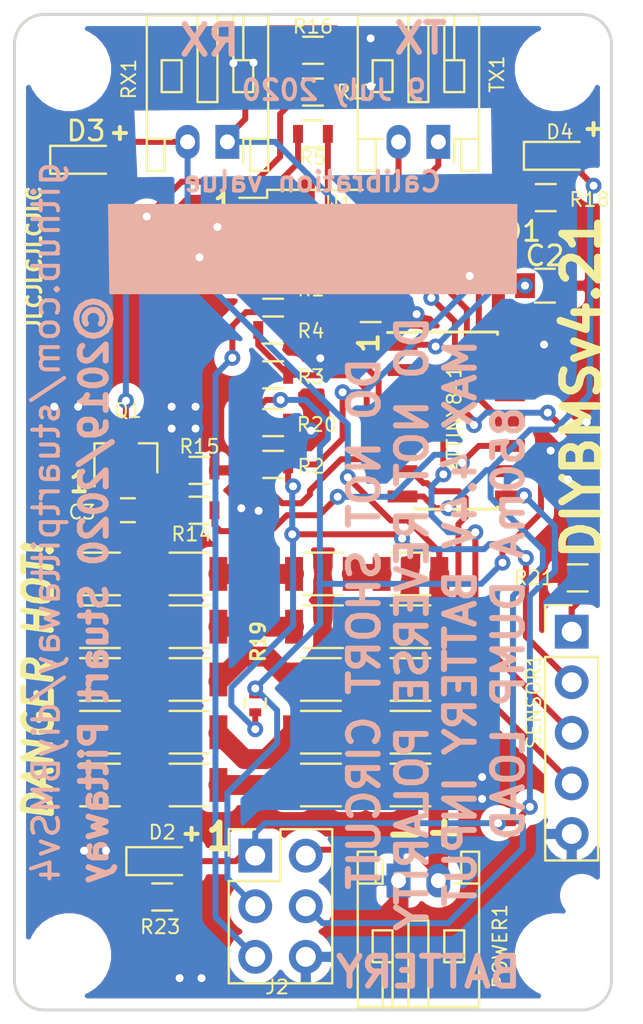
<source format=kicad_pcb>
(kicad_pcb (version 20171130) (host pcbnew "(5.1.5)-3")
  (layers (0 F.Cu signal) (31 B.Cu signal) (34 B.Paste user) (35 F.Paste user) (36 B.SilkS user hide) (37 F.SilkS user) (38 B.Mask user hide) (39 F.Mask user hide) (44 Edge.Cuts user))
  (net 0 "")
  (net 1 GND)
  (net 2 VCC)
  (net 3 RXD0)
  (net 4 ENABLE)
  (net 5 TXD0)
  (net 6 "Net-(R6-Pad2)")
  (net 7 "Net-(R7-Pad2)")
  (net 8 "Net-(R10-Pad1)")
  (net 9 "Net-(R11-Pad1)")
  (net 10 "Net-(R10-Pad2)")
  (net 11 "Net-(R11-Pad2)")
  (net 12 "Net-(Q1-Pad3)")
  (net 13 "Net-(D3-Pad1)")
  (net 14 "Net-(D4-Pad1)")
  (net 15 2_VOLT)
  (net 16 DUMP_LOAD_ENABLE)
  (net 17 "Net-(C3-Pad1)")
  (net 18 "Net-(TX1-Pad1)")
  (net 19 "Net-(TX1-Pad2)")
  (net 20 "Net-(D2-Pad1)")
  (net 21 "Net-(ATTINY841-Pad2)")
  (net 22 "Net-(ATTINY841-Pad3)")
  (net 23 "Net-(ATTINY841-Pad4)")
  (net 24 "Net-(ATTINY841-Pad5)")
  (net 25 "Net-(ATTINY841-Pad7)")
  (net 26 "Net-(ATTINY841-Pad8)")
  (net 27 "Net-(ATTINY841-Pad9)")
  (net 28 "Net-(R22-Pad2)")
  (net 29 "Net-(R24-Pad2)")
  (net 30 "Net-(R25-Pad2)")
  (net 31 "Net-(R26-Pad2)")
  (net 32 "Net-(R27-Pad2)")
  (net 33 "Net-(R28-Pad2)")
  (net 34 "Net-(R31-Pad2)")
  (net 35 "Net-(R32-Pad2)")
  (net 36 "Net-(R33-Pad2)")
  (net 37 "Net-(R5-Pad1)")
  (module Capacitors_SMD:C_0805 (layer F.Cu) (at 128.57236 61.60972)
    (fp_text reference C2 (at 0 -1.5) (layer F.SilkS))
    (fp_text value 1uF)
    (pad 1 smd rect (at -1 0) (size 1 1.25) (layers F.Cu F.Paste F.Mask) (net 2 VCC))
    (pad 2 smd rect (at 1 0) (size 1 1.25) (layers F.Cu F.Paste F.Mask) (net 1 GND))
  )
  (module Mounting_Holes:MountingHole_2.5mm (layer F.Cu) (at 130.4176 92.2376)
    (fp_text reference REF** hide)
    (fp_text value JLCAssemblyHole_1_152mm)
    (pad "" np_thru_hole circle (at 0 0) (size 1.152 1.152) (drill 1.152) (layers *.Cu *.Mask))
  )
  (module Resistors_SMD:R_0402 (layer F.Cu) (at 114.0176 82.5876 90)
    (fp_text reference R19 (at 3.1 0.15 90) (layer F.SilkS) (effects (font (size 0.7 0.7))))
    (fp_text value "NTC THERMISTOR 47KOHMS 4050K")
    (pad 1 smd rect (at -0.45 0 90) (size 0.4 0.6) (layers F.Cu F.Paste F.Mask) (net 15 2_VOLT))
    (pad 2 smd rect (at 0.45 0 90) (size 0.4 0.6) (layers F.Cu F.Paste F.Mask) (net 27 "Net-(ATTINY841-Pad9)"))
  )
  (module TO_SOT_Packages_SMD:SOT-23 (layer F.Cu) (at 124.7176 58.7876 90)
    (fp_text reference D1 (at -0.09 2.69 180) (layer F.SilkS))
    (fp_text value TL432G-A-AE3-R)
    (pad 1 smd rect (at -1 -0.95 90) (size 0.9 0.8) (layers F.Cu F.Paste F.Mask) (net 15 2_VOLT))
    (pad 2 smd rect (at -1 0.95 90) (size 0.9 0.8) (layers F.Cu F.Paste F.Mask) (net 15 2_VOLT))
    (pad 3 smd rect (at 1 0 90) (size 0.9 0.8) (layers F.Cu F.Paste F.Mask) (net 1 GND))
  )
  (module Resistors_SMD:R_1206 (layer F.Cu) (at 106.2176 76.0876 180)
    (fp_text reference R34 hide)
    (fp_text value 6.2OHMS)
    (pad 1 smd rect (at -1.45 0 180) (size 0.9 1.7) (layers F.Cu F.Paste F.Mask) (net 36 "Net-(R33-Pad2)"))
    (pad 2 smd rect (at 1.45 0 180) (size 0.9 1.7) (layers F.Cu F.Paste F.Mask) (net 12 "Net-(Q1-Pad3)"))
  )
  (module Resistors_SMD:R_1206 (layer F.Cu) (at 110.7176 76.0876 180)
    (fp_text reference R33 hide)
    (fp_text value 6.2OHMS)
    (pad 1 smd rect (at -1.45 0 180) (size 0.9 1.7) (layers F.Cu F.Paste F.Mask) (net 35 "Net-(R32-Pad2)"))
    (pad 2 smd rect (at 1.45 0 180) (size 0.9 1.7) (layers F.Cu F.Paste F.Mask) (net 36 "Net-(R33-Pad2)"))
  )
  (module Resistors_SMD:R_1206 (layer F.Cu) (at 117.4176 76.0876 180)
    (fp_text reference R32 hide)
    (fp_text value 6.2OHMS)
    (pad 1 smd rect (at -1.45 0 180) (size 0.9 1.7) (layers F.Cu F.Paste F.Mask) (net 34 "Net-(R31-Pad2)"))
    (pad 2 smd rect (at 1.45 0 180) (size 0.9 1.7) (layers F.Cu F.Paste F.Mask) (net 35 "Net-(R32-Pad2)"))
  )
  (module Resistors_SMD:R_1206 (layer F.Cu) (at 121.8176 76.0876 180)
    (fp_text reference R31 hide)
    (fp_text value 6.2OHMS)
    (pad 1 smd rect (at -1.45 0 180) (size 0.9 1.7) (layers F.Cu F.Paste F.Mask) (net 2 VCC))
    (pad 2 smd rect (at 1.45 0 180) (size 0.9 1.7) (layers F.Cu F.Paste F.Mask) (net 34 "Net-(R31-Pad2)"))
  )
  (module Resistors_SMD:R_1206 (layer F.Cu) (at 106.2176 84.0376 180)
    (fp_text reference R30 hide)
    (fp_text value 6.2OHMS)
    (pad 1 smd rect (at -1.45 0 180) (size 0.9 1.7) (layers F.Cu F.Paste F.Mask) (net 33 "Net-(R28-Pad2)"))
    (pad 2 smd rect (at 1.45 0 180) (size 0.9 1.7) (layers F.Cu F.Paste F.Mask) (net 12 "Net-(Q1-Pad3)"))
  )
  (module Resistors_SMD:R_1206 (layer F.Cu) (at 106.2176 86.6876 180)
    (fp_text reference R29 hide)
    (fp_text value 6.2OHMS)
    (pad 1 smd rect (at -1.45 0 180) (size 0.9 1.7) (layers F.Cu F.Paste F.Mask) (net 32 "Net-(R27-Pad2)"))
    (pad 2 smd rect (at 1.45 0 180) (size 0.9 1.7) (layers F.Cu F.Paste F.Mask) (net 12 "Net-(Q1-Pad3)"))
  )
  (module Resistors_SMD:R_1206 (layer F.Cu) (at 110.7176 84.0376 180)
    (fp_text reference R28 hide)
    (fp_text value 6.2OHMS)
    (pad 1 smd rect (at -1.45 0 180) (size 0.9 1.7) (layers F.Cu F.Paste F.Mask) (net 31 "Net-(R26-Pad2)"))
    (pad 2 smd rect (at 1.45 0 180) (size 0.9 1.7) (layers F.Cu F.Paste F.Mask) (net 33 "Net-(R28-Pad2)"))
  )
  (module Resistors_SMD:R_1206 (layer F.Cu) (at 110.7176 86.6876 180)
    (fp_text reference R27 hide)
    (fp_text value 6.2OHMS)
    (pad 1 smd rect (at -1.45 0 180) (size 0.9 1.7) (layers F.Cu F.Paste F.Mask) (net 30 "Net-(R25-Pad2)"))
    (pad 2 smd rect (at 1.45 0 180) (size 0.9 1.7) (layers F.Cu F.Paste F.Mask) (net 32 "Net-(R27-Pad2)"))
  )
  (module Resistors_SMD:R_1206 (layer F.Cu) (at 117.3176 84.0376 180)
    (fp_text reference R26 hide)
    (fp_text value 6.2OHMS)
    (pad 1 smd rect (at -1.45 0 180) (size 0.9 1.7) (layers F.Cu F.Paste F.Mask) (net 29 "Net-(R24-Pad2)"))
    (pad 2 smd rect (at 1.45 0 180) (size 0.9 1.7) (layers F.Cu F.Paste F.Mask) (net 31 "Net-(R26-Pad2)"))
  )
  (module Resistors_SMD:R_1206 (layer F.Cu) (at 117.3176 86.6876 180)
    (fp_text reference R25 hide)
    (fp_text value 6.2OHMS)
    (pad 1 smd rect (at -1.45 0 180) (size 0.9 1.7) (layers F.Cu F.Paste F.Mask) (net 28 "Net-(R22-Pad2)"))
    (pad 2 smd rect (at 1.45 0 180) (size 0.9 1.7) (layers F.Cu F.Paste F.Mask) (net 30 "Net-(R25-Pad2)"))
  )
  (module Resistors_SMD:R_1206 (layer F.Cu) (at 121.8176 84.0376 180)
    (fp_text reference R24 hide)
    (fp_text value 6.2OHMS)
    (pad 1 smd rect (at -1.45 0 180) (size 0.9 1.7) (layers F.Cu F.Paste F.Mask) (net 2 VCC))
    (pad 2 smd rect (at 1.45 0 180) (size 0.9 1.7) (layers F.Cu F.Paste F.Mask) (net 29 "Net-(R24-Pad2)"))
  )
  (module Resistors_SMD:R_1206 (layer F.Cu) (at 121.8176 86.6876 180)
    (fp_text reference R22 hide)
    (fp_text value 6.2OHMS)
    (pad 1 smd rect (at -1.45 0 180) (size 0.9 1.7) (layers F.Cu F.Paste F.Mask) (net 2 VCC))
    (pad 2 smd rect (at 1.45 0 180) (size 0.9 1.7) (layers F.Cu F.Paste F.Mask) (net 28 "Net-(R22-Pad2)"))
  )
  (module Resistors_SMD:R_1206 (layer F.Cu) (at 106.2176 78.7376 180)
    (fp_text reference R13 hide)
    (fp_text value 6.2OHMS)
    (pad 1 smd rect (at -1.45 0 180) (size 0.9 1.7) (layers F.Cu F.Paste F.Mask) (net 11 "Net-(R11-Pad2)"))
    (pad 2 smd rect (at 1.45 0 180) (size 0.9 1.7) (layers F.Cu F.Paste F.Mask) (net 12 "Net-(Q1-Pad3)"))
  )
  (module Resistors_SMD:R_1206 (layer F.Cu) (at 106.2176 81.3876 180)
    (fp_text reference R12 hide)
    (fp_text value 6.2OHMS)
    (pad 1 smd rect (at -1.45 0 180) (size 0.9 1.7) (layers F.Cu F.Paste F.Mask) (net 10 "Net-(R10-Pad2)"))
    (pad 2 smd rect (at 1.45 0 180) (size 0.9 1.7) (layers F.Cu F.Paste F.Mask) (net 12 "Net-(Q1-Pad3)"))
  )
  (module Resistors_SMD:R_1206 (layer F.Cu) (at 110.7176 78.7376 180)
    (fp_text reference R11 hide)
    (fp_text value 6.2OHMS)
    (pad 1 smd rect (at -1.45 0 180) (size 0.9 1.7) (layers F.Cu F.Paste F.Mask) (net 9 "Net-(R11-Pad1)"))
    (pad 2 smd rect (at 1.45 0 180) (size 0.9 1.7) (layers F.Cu F.Paste F.Mask) (net 11 "Net-(R11-Pad2)"))
  )
  (module Resistors_SMD:R_1206 (layer F.Cu) (at 110.7176 81.3876 180)
    (fp_text reference R10 hide)
    (fp_text value 6.2OHMS)
    (pad 1 smd rect (at -1.45 0 180) (size 0.9 1.7) (layers F.Cu F.Paste F.Mask) (net 8 "Net-(R10-Pad1)"))
    (pad 2 smd rect (at 1.45 0 180) (size 0.9 1.7) (layers F.Cu F.Paste F.Mask) (net 10 "Net-(R10-Pad2)"))
  )
  (module Resistors_SMD:R_1206 (layer F.Cu) (at 117.4176 78.7376 180)
    (fp_text reference R9 hide)
    (fp_text value 6.2OHMS)
    (pad 1 smd rect (at -1.45 0 180) (size 0.9 1.7) (layers F.Cu F.Paste F.Mask) (net 7 "Net-(R7-Pad2)"))
    (pad 2 smd rect (at 1.45 0 180) (size 0.9 1.7) (layers F.Cu F.Paste F.Mask) (net 9 "Net-(R11-Pad1)"))
  )
  (module Resistors_SMD:R_1206 (layer F.Cu) (at 117.3176 81.3876 180)
    (fp_text reference R8 hide)
    (fp_text value 6.2OHMS)
    (pad 1 smd rect (at -1.45 0 180) (size 0.9 1.7) (layers F.Cu F.Paste F.Mask) (net 6 "Net-(R6-Pad2)"))
    (pad 2 smd rect (at 1.45 0 180) (size 0.9 1.7) (layers F.Cu F.Paste F.Mask) (net 8 "Net-(R10-Pad1)"))
  )
  (module Resistors_SMD:R_1206 (layer F.Cu) (at 121.8176 78.7376 180)
    (fp_text reference R7 hide)
    (fp_text value 6.2OHMS)
    (pad 1 smd rect (at -1.45 0 180) (size 0.9 1.7) (layers F.Cu F.Paste F.Mask) (net 2 VCC))
    (pad 2 smd rect (at 1.45 0 180) (size 0.9 1.7) (layers F.Cu F.Paste F.Mask) (net 7 "Net-(R7-Pad2)"))
  )
  (module Resistors_SMD:R_1206 (layer F.Cu) (at 121.8176 81.3876 180)
    (fp_text reference R6 hide)
    (fp_text value 6.2OHMS)
    (pad 1 smd rect (at -1.45 0 180) (size 0.9 1.7) (layers F.Cu F.Paste F.Mask) (net 2 VCC))
    (pad 2 smd rect (at 1.45 0 180) (size 0.9 1.7) (layers F.Cu F.Paste F.Mask) (net 6 "Net-(R6-Pad2)"))
  )
  (module LEDs:LED_0805 (layer F.Cu) (at 109.3426 90.5126)
    (fp_text reference D2 (at 0 -1.45) (layer F.SilkS) (effects (font (size 0.7 0.7) (thickness 0.1))))
    (fp_text value Blue)
    (pad 2 smd rect (at 1.1 0 180) (size 1.2 1.2) (layers F.Cu F.Paste F.Mask) (net 26 "Net-(ATTINY841-Pad8)"))
    (pad 1 smd rect (at -1.1 0 180) (size 1.2 1.2) (layers F.Cu F.Paste F.Mask) (net 20 "Net-(D2-Pad1)"))
  )
  (module Capacitors_SMD:C_0805 (layer F.Cu) (at 119.8176 62.5876)
    (fp_text reference C1 (at 0 -1.4) (layer F.SilkS) (effects (font (size 0.7 0.7) (thickness 0.1))))
    (fp_text value 100nF)
    (pad 1 smd rect (at -1 0) (size 1 1.25) (layers F.Cu F.Paste F.Mask) (net 2 VCC))
    (pad 2 smd rect (at 1 0) (size 1 1.25) (layers F.Cu F.Paste F.Mask) (net 1 GND))
  )
  (module LEDs:LED_0805 (layer F.Cu) (at 105.5176 55.2876)
    (fp_text reference D3 (at 0 -1.45) (layer F.SilkS))
    (fp_text value Red)
    (pad 2 smd rect (at 1.1 0 180) (size 1.2 1.2) (layers F.Cu F.Paste F.Mask) (net 2 VCC))
    (pad 1 smd rect (at -1.1 0 180) (size 1.2 1.2) (layers F.Cu F.Paste F.Mask) (net 13 "Net-(D3-Pad1)"))
  )
  (module Housings_SSOP:SOP-4_4.4x2.8mm_Pitch1.27mm (layer F.Cu) (at 117.0176 58.3876)
    (fp_text reference U1 (at 1.2 -0.9) (layer F.SilkS) (effects (font (size 0.7 0.7) (thickness 0.1))))
    (fp_text value "EL3H7(B)(TA)-G")
    (pad 1 smd rect (at -3.15 -0.64) (size 1.3 0.8) (layers F.Cu F.Paste F.Mask) (net 37 "Net-(R5-Pad1)"))
    (pad 2 smd rect (at -3.15 0.64) (size 1.3 0.8) (layers F.Cu F.Paste F.Mask) (net 1 GND))
    (pad 3 smd rect (at 3.15 0.64) (size 1.3 0.8) (layers F.Cu F.Paste F.Mask) (net 18 "Net-(TX1-Pad1)"))
    (pad 4 smd rect (at 3.15 -0.64) (size 1.3 0.8) (layers F.Cu F.Paste F.Mask) (net 19 "Net-(TX1-Pad2)"))
  )
  (module LEDs:LED_0805 (layer F.Cu) (at 129.3176 55.0876)
    (fp_text reference D4 (at 0 -1.2) (layer F.SilkS) (effects (font (size 0.7 0.7) (thickness 0.1))))
    (fp_text value Green)
    (pad 2 smd rect (at 1.1 0 180) (size 1.2 1.2) (layers F.Cu F.Paste F.Mask) (net 25 "Net-(ATTINY841-Pad7)"))
    (pad 1 smd rect (at -1.1 0 180) (size 1.2 1.2) (layers F.Cu F.Paste F.Mask) (net 14 "Net-(D4-Pad1)"))
  )
  (module Connectors_JST:JST_PH_S2B-PH-K_02x2.00mm_Angled (layer F.Cu) (at 123.2176 54.3876 180)
    (fp_text reference TX1 (at -2.95 3.4 270) (layer F.SilkS) (effects (font (size 0.7 0.7) (thickness 0.1))))
    (fp_text value "TX Connector")
    (pad 1 thru_hole rect (at 0 0 180) (size 1.2 1.7) (drill 0.75) (layers *.Cu *.Mask) (net 18 "Net-(TX1-Pad1)"))
    (pad 2 thru_hole oval (at 2 0 180) (size 1.2 1.7) (drill 0.75) (layers *.Cu *.Mask) (net 19 "Net-(TX1-Pad2)"))
  )
  (module Resistors_SMD:R_0603 (layer F.Cu) (at 109.3426 92.3126 180)
    (fp_text reference R23 (at 0.1 -1.5 180) (layer F.SilkS) (effects (font (size 0.7 0.7) (thickness 0.1))))
    (fp_text value 1.8KOHMS hide)
    (pad 1 smd rect (at -0.75 0 180) (size 0.5 0.9) (layers F.Cu F.Paste F.Mask) (net 1 GND))
    (pad 2 smd rect (at 0.75 0 180) (size 0.5 0.9) (layers F.Cu F.Paste F.Mask) (net 20 "Net-(D2-Pad1)"))
  )
  (module Resistors_SMD:R_0603 (layer F.Cu) (at 130.2176 76.2876 180)
    (fp_text reference R21 (at 2.2 0 180) (layer F.SilkS) (effects (font (size 0.7 0.7) (thickness 0.1))))
    (fp_text value 47KOHMS)
    (pad 1 smd rect (at -0.75 0 180) (size 0.5 0.9) (layers F.Cu F.Paste F.Mask) (net 21 "Net-(ATTINY841-Pad2)"))
    (pad 2 smd rect (at 0.75 0 180) (size 0.5 0.9) (layers F.Cu F.Paste F.Mask) (net 1 GND))
  )
  (module Resistors_SMD:R_0603 (layer F.Cu) (at 114.9176 68.4876)
    (fp_text reference R20 (at 2.2 0.1 -180) (layer F.SilkS) (effects (font (size 0.7 0.7) (thickness 0.1))))
    (fp_text value 47KOHMS)
    (pad 1 smd rect (at -0.75 0) (size 0.5 0.9) (layers F.Cu F.Paste F.Mask) (net 27 "Net-(ATTINY841-Pad9)"))
    (pad 2 smd rect (at 0.75 0) (size 0.5 0.9) (layers F.Cu F.Paste F.Mask) (net 1 GND))
  )
  (module Resistors_SMD:R_0603 (layer F.Cu) (at 128.6176 57.1876 180)
    (fp_text reference R18 (at -2.2 -0.1 180) (layer F.SilkS) (effects (font (size 0.7 0.7) (thickness 0.1))))
    (fp_text value 2.2KOHMS)
    (pad 1 smd rect (at -0.75 0 180) (size 0.5 0.9) (layers F.Cu F.Paste F.Mask) (net 1 GND))
    (pad 2 smd rect (at 0.75 0 180) (size 0.5 0.9) (layers F.Cu F.Paste F.Mask) (net 14 "Net-(D4-Pad1)"))
  )
  (module Resistors_SMD:R_0603 (layer F.Cu) (at 116.9176 51.8876)
    (fp_text reference R17 (at 2.2 0 180) (layer F.SilkS) (effects (font (size 0.7 0.7) (thickness 0.1))))
    (fp_text value 2.2KOHMS)
    (pad 1 smd rect (at -0.75 0) (size 0.5 0.9) (layers F.Cu F.Paste F.Mask) (net 12 "Net-(Q1-Pad3)"))
    (pad 2 smd rect (at 0.75 0) (size 0.5 0.9) (layers F.Cu F.Paste F.Mask) (net 13 "Net-(D3-Pad1)"))
  )
  (module Resistors_SMD:R_0603 (layer F.Cu) (at 116.9176 49.7876)
    (fp_text reference R16 (at 0 -1.2) (layer F.SilkS) (effects (font (size 0.7 0.7) (thickness 0.1))))
    (fp_text value 4.7KOHMS)
    (pad 1 smd rect (at -0.75 0) (size 0.5 0.9) (layers F.Cu F.Paste F.Mask) (net 1 GND))
    (pad 2 smd rect (at 0.75 0) (size 0.5 0.9) (layers F.Cu F.Paste F.Mask) (net 3 RXD0))
  )
  (module Resistors_SMD:R_0603 (layer F.Cu) (at 111.2176 70.8876)
    (fp_text reference R15 (at 0 -1.2) (layer F.SilkS) (effects (font (size 0.7 0.7) (thickness 0.1))))
    (fp_text value 47KOHMS)
    (pad 1 smd rect (at -0.75 0) (size 0.5 0.9) (layers F.Cu F.Paste F.Mask) (net 17 "Net-(C3-Pad1)"))
    (pad 2 smd rect (at 0.75 0) (size 0.5 0.9) (layers F.Cu F.Paste F.Mask) (net 1 GND))
  )
  (module Resistors_SMD:R_0603 (layer F.Cu) (at 111.2176 72.8876)
    (fp_text reference R14 (at -0.4 1.2) (layer F.SilkS) (effects (font (size 0.7 0.7) (thickness 0.1))))
    (fp_text value 510OHMS)
    (pad 1 smd rect (at -0.75 0) (size 0.5 0.9) (layers F.Cu F.Paste F.Mask) (net 17 "Net-(C3-Pad1)"))
    (pad 2 smd rect (at 0.75 0) (size 0.5 0.9) (layers F.Cu F.Paste F.Mask) (net 16 DUMP_LOAD_ENABLE))
  )
  (module Resistors_SMD:R_0603 (layer F.Cu) (at 116.9176 53.9876)
    (fp_text reference R5 (at 0 1.2) (layer F.SilkS) (effects (font (size 0.7 0.7) (thickness 0.1))))
    (fp_text value 220OHMS)
    (pad 1 smd rect (at -0.75 0) (size 0.5 0.9) (layers F.Cu F.Paste F.Mask) (net 37 "Net-(R5-Pad1)"))
    (pad 2 smd rect (at 0.75 0) (size 0.5 0.9) (layers F.Cu F.Paste F.Mask) (net 5 TXD0))
  )
  (module Resistors_SMD:R_0603 (layer F.Cu) (at 114.9176 63.8376)
    (fp_text reference R4 (at 1.9 0.05) (layer F.SilkS) (effects (font (size 0.7 0.7) (thickness 0.1))))
    (fp_text value 27KOHMS)
    (pad 1 smd rect (at -0.75 0) (size 0.5 0.9) (layers F.Cu F.Paste F.Mask) (net 24 "Net-(ATTINY841-Pad5)"))
    (pad 2 smd rect (at 0.75 0) (size 0.5 0.9) (layers F.Cu F.Paste F.Mask) (net 1 GND))
  )
  (module Resistors_SMD:R_0603 (layer F.Cu) (at 114.9176 66.0876)
    (fp_text reference R3 (at 1.9 0.1) (layer F.SilkS) (effects (font (size 0.7 0.7) (thickness 0.1))))
    (fp_text value 68KOHMS hide)
    (pad 1 smd rect (at -0.75 0) (size 0.5 0.9) (layers F.Cu F.Paste F.Mask) (net 4 ENABLE))
    (pad 2 smd rect (at 0.75 0) (size 0.5 0.9) (layers F.Cu F.Paste F.Mask) (net 24 "Net-(ATTINY841-Pad5)"))
  )
  (module Resistors_SMD:R_0603 (layer F.Cu) (at 114.9176 70.5876)
    (fp_text reference R2 (at 1.9 0.1) (layer F.SilkS) (effects (font (size 0.7 0.7) (thickness 0.1))))
    (fp_text value 1KOHMS)
    (pad 1 smd rect (at -0.75 0) (size 0.5 0.9) (layers F.Cu F.Paste F.Mask) (net 4 ENABLE))
    (pad 2 smd rect (at 0.75 0) (size 0.5 0.9) (layers F.Cu F.Paste F.Mask) (net 15 2_VOLT))
  )
  (module Resistors_SMD:R_0603 (layer F.Cu) (at 114.9176 61.5876)
    (fp_text reference R1 (at 1.9 0.2) (layer F.SilkS) (effects (font (size 0.7 0.7) (thickness 0.1))))
    (fp_text value 10KOHMS)
    (pad 1 smd rect (at -0.75 0) (size 0.5 0.9) (layers F.Cu F.Paste F.Mask) (net 2 VCC))
    (pad 2 smd rect (at 0.75 0) (size 0.5 0.9) (layers F.Cu F.Paste F.Mask) (net 23 "Net-(ATTINY841-Pad4)"))
  )
  (module Capacitors_SMD:C_0603 (layer F.Cu) (at 107.6176 72.8876)
    (fp_text reference C3 (at -2.3 0.1) (layer F.SilkS) (effects (font (size 0.7 0.7) (thickness 0.1))))
    (fp_text value "10uF X5R")
    (pad 2 smd rect (at 0.75 0) (size 0.8 0.75) (layers F.Cu F.Paste F.Mask) (net 1 GND))
    (pad 1 smd rect (at -0.75 0) (size 0.8 0.75) (layers F.Cu F.Paste F.Mask) (net 17 "Net-(C3-Pad1)"))
  )
  (module Mounting_Holes:MountingHole_3.2mm_M3 (layer F.Cu) (at 129.1676 50.7376)
    (fp_text reference REF** hide)
    (fp_text value MountingHole_3.2mm_M3 hide)
    (pad 1 np_thru_hole circle (at 0 0) (size 3.2 3.2) (drill 3.2) (layers *.Cu *.Mask))
  )
  (module Mounting_Holes:MountingHole_3.2mm_M3 (layer F.Cu) (at 104.6676 50.7376)
    (fp_text reference REF** hide)
    (fp_text value MountingHole_3.2mm_M3 hide)
    (pad 1 np_thru_hole circle (at 0 0) (size 3.2 3.2) (drill 3.2) (layers *.Cu *.Mask))
  )
  (module Mounting_Holes:MountingHole_3.2mm_M3 (layer F.Cu) (at 104.6676 95.2376)
    (fp_text reference REF** hide)
    (fp_text value MountingHole_3.2mm_M3 hide)
    (pad 1 np_thru_hole circle (at 0 0) (size 3.2 3.2) (drill 3.2) (layers *.Cu *.Mask))
  )
  (module Mounting_Holes:MountingHole_3.2mm_M3 (layer F.Cu) (at 129.1676 95.2376)
    (fp_text reference REF** hide)
    (fp_text value MountingHole_3.2mm_M3 hide)
    (pad 1 np_thru_hole circle (at 0 0) (size 3.2 3.2) (drill 3.2) (layers *.Cu *.Mask))
  )
  (module Pin_Headers:Pin_Header_Straight_1x05_Pitch2.54mm (layer F.Cu) (at 129.9176 78.9876)
    (fp_text reference SENSOR1 (at -1.9 3.5 90) (layer F.SilkS) (effects (font (size 0.7 0.7) (thickness 0.1))))
    (fp_text value "Remote temp input 47K @ 25oC")
    (pad 1 thru_hole rect (at 0 0) (size 1.7 1.7) (drill 1) (layers *.Cu *.Mask) (net 21 "Net-(ATTINY841-Pad2)"))
    (pad 2 thru_hole oval (at 0 2.54) (size 1.7 1.7) (drill 1) (layers *.Cu *.Mask) (net 15 2_VOLT))
    (pad 3 thru_hole oval (at 0 5.08) (size 1.7 1.7) (drill 1) (layers *.Cu *.Mask) (net 22 "Net-(ATTINY841-Pad3)"))
    (pad 4 thru_hole oval (at 0 7.62) (size 1.7 1.7) (drill 1) (layers *.Cu *.Mask) (net 4 ENABLE))
    (pad 5 thru_hole oval (at 0 10.16) (size 1.7 1.7) (drill 1) (layers *.Cu *.Mask) (net 1 GND))
  )
  (module Pin_Headers:Pin_Header_Straight_2x03_Pitch2.54mm (layer F.Cu) (at 114.0176 90.2376)
    (fp_text reference J2 (at 1.1 6.6) (layer F.SilkS) (effects (font (size 0.7 0.7) (thickness 0.1))))
    (fp_text value AVR-ISP-6 hide)
    (pad 1 thru_hole rect (at 0 0) (size 1.7 1.7) (drill 1) (layers *.Cu *.Mask) (net 26 "Net-(ATTINY841-Pad8)"))
    (pad 2 thru_hole oval (at 2.54 0) (size 1.7 1.7) (drill 1) (layers *.Cu *.Mask) (net 2 VCC))
    (pad 3 thru_hole oval (at 0 2.54) (size 1.7 1.7) (drill 1) (layers *.Cu *.Mask) (net 27 "Net-(ATTINY841-Pad9)"))
    (pad 4 thru_hole oval (at 2.54 2.54) (size 1.7 1.7) (drill 1) (layers *.Cu *.Mask) (net 25 "Net-(ATTINY841-Pad7)"))
    (pad 5 thru_hole oval (at 0 5.08) (size 1.7 1.7) (drill 1) (layers *.Cu *.Mask) (net 23 "Net-(ATTINY841-Pad4)"))
    (pad 6 thru_hole oval (at 2.54 5.08) (size 1.7 1.7) (drill 1) (layers *.Cu *.Mask) (net 1 GND))
  )
  (module Connectors_JST:JST_PH_S2B-PH-K_02x2.00mm_Angled (layer F.Cu) (at 121.2176 91.4876)
    (fp_text reference POWER1 (at 5.1 3.3 270) (layer F.SilkS) (effects (font (size 0.7 0.7) (thickness 0.1))))
    (fp_text value Battery hide)
    (pad 1 thru_hole rect (at 0 0) (size 1.2 1.7) (drill 0.75) (layers *.Cu *.Mask) (net 1 GND))
    (pad 2 thru_hole oval (at 2 0) (size 1.2 1.7) (drill 0.75) (layers *.Cu *.Mask) (net 2 VCC))
  )
  (module Housings_SOIC:SOIC-14_3.9x8.7mm_Pitch1.27mm (layer F.Cu) (at 124.1176 68.3876)
    (fp_text reference ATTINY841 (at -0.1 -0.1 90) (layer F.SilkS) (effects (font (size 0.7 0.7) (thickness 0.1))))
    (fp_text value ATtiny841-SSU)
    (pad 1 smd rect (at -2.7 -3.81) (size 1.5 0.6) (layers F.Cu F.Paste F.Mask) (net 2 VCC))
    (pad 2 smd rect (at -2.7 -2.54) (size 1.5 0.6) (layers F.Cu F.Paste F.Mask) (net 21 "Net-(ATTINY841-Pad2)"))
    (pad 3 smd rect (at -2.7 -1.27) (size 1.5 0.6) (layers F.Cu F.Paste F.Mask) (net 22 "Net-(ATTINY841-Pad3)"))
    (pad 4 smd rect (at -2.7 0) (size 1.5 0.6) (layers F.Cu F.Paste F.Mask) (net 23 "Net-(ATTINY841-Pad4)"))
    (pad 5 smd rect (at -2.7 1.27) (size 1.5 0.6) (layers F.Cu F.Paste F.Mask) (net 24 "Net-(ATTINY841-Pad5)"))
    (pad 6 smd rect (at -2.7 2.54) (size 1.5 0.6) (layers F.Cu F.Paste F.Mask) (net 4 ENABLE))
    (pad 7 smd rect (at -2.7 3.81) (size 1.5 0.6) (layers F.Cu F.Paste F.Mask) (net 25 "Net-(ATTINY841-Pad7)"))
    (pad 8 smd rect (at 2.7 3.81) (size 1.5 0.6) (layers F.Cu F.Paste F.Mask) (net 26 "Net-(ATTINY841-Pad8)"))
    (pad 9 smd rect (at 2.7 2.54) (size 1.5 0.6) (layers F.Cu F.Paste F.Mask) (net 27 "Net-(ATTINY841-Pad9)"))
    (pad 10 smd rect (at 2.7 1.27) (size 1.5 0.6) (layers F.Cu F.Paste F.Mask) (net 16 DUMP_LOAD_ENABLE))
    (pad 11 smd rect (at 2.7 0) (size 1.5 0.6) (layers F.Cu F.Paste F.Mask) (net 3 RXD0))
    (pad 12 smd rect (at 2.7 -1.27) (size 1.5 0.6) (layers F.Cu F.Paste F.Mask) (net 5 TXD0))
    (pad 13 smd rect (at 2.7 -2.54) (size 1.5 0.6) (layers F.Cu F.Paste F.Mask) (net 15 2_VOLT))
    (pad 14 smd rect (at 2.7 -3.81) (size 1.5 0.6) (layers F.Cu F.Paste F.Mask) (net 1 GND))
  )
  (module Connectors_JST:JST_PH_S2B-PH-K_02x2.00mm_Angled (layer F.Cu) (at 112.6176 54.3876 180)
    (fp_text reference RX1 (at 4.95 3.15 270) (layer F.SilkS) (effects (font (size 0.7 0.7) (thickness 0.1))))
    (fp_text value "RX Connector")
    (pad 1 thru_hole rect (at 0 0 180) (size 1.2 1.7) (drill 0.75) (layers *.Cu *.Mask) (net 3 RXD0))
    (pad 2 thru_hole oval (at 2 0 180) (size 1.2 1.7) (drill 0.75) (layers *.Cu *.Mask) (net 2 VCC))
  )
  (module TO_SOT_Packages_SMD:SOT-23 (layer F.Cu) (at 107.5176 70.2876 90)
    (fp_text reference Q1 (at 2.4 0.1 180) (layer F.SilkS) (effects (font (size 0.7 0.7) (thickness 0.1))))
    (fp_text value AO3400A)
    (pad 1 smd rect (at -1 -0.95 90) (size 0.9 0.8) (layers F.Cu F.Paste F.Mask) (net 17 "Net-(C3-Pad1)"))
    (pad 2 smd rect (at -1 0.95 90) (size 0.9 0.8) (layers F.Cu F.Paste F.Mask) (net 1 GND))
    (pad 3 smd rect (at 1 0 90) (size 0.9 0.8) (layers F.Cu F.Paste F.Mask) (net 12 "Net-(Q1-Pad3)"))
  )
  (gr_text + (at 110.8176 89.0876) (layer F.SilkS) (effects (font (size 0.8 0.8) (thickness 0.2))))
  (gr_text + (at 131.0176 53.6876) (layer F.SilkS) (effects (font (size 0.8 0.8) (thickness 0.2))))
  (gr_text + (at 107.2176 53.8876) (layer F.SilkS) (effects (font (size 0.8 0.8) (thickness 0.2))))
  (gr_text JLCJLCJLCJLC (at 102.9176 60.2376 90) (layer F.SilkS) (effects (font (size 0.7 0.7) (thickness 0.17))))
  (gr_text 1 (at 105.1676 71.4876) (layer F.SilkS) (effects (font (size 1 1) (thickness 0.2))))
  (gr_text 1 (at 123.9176 61.2376) (layer F.SilkS) (effects (font (size 1 1) (thickness 0.2))))
  (gr_text + (at 123.5176 88.9876) (layer F.SilkS) (effects (font (size 1.5 1.5) (thickness 0.3))))
  (gr_arc (start 130.4176 96.4876) (end 130.4176 97.9876) (angle -90) (layer Edge.Cuts) (width 0.15))
  (gr_arc (start 103.4176 96.4876) (end 101.9176 96.4876) (angle -90) (layer Edge.Cuts) (width 0.15))
  (gr_arc (start 103.4176 49.4876) (end 103.4176 47.9876) (angle -90) (layer Edge.Cuts) (width 0.15))
  (gr_arc (start 130.4176 49.4876) (end 131.9176 49.4876) (angle -90) (layer Edge.Cuts) (width 0.15))
  (gr_line (start 101.9176 96.4876) (end 101.9176 49.4876) (layer Edge.Cuts) (width 0.15))
  (gr_line (start 130.4176 97.9876) (end 103.4176 97.9876) (layer Edge.Cuts) (width 0.15))
  (gr_line (start 131.9176 49.4876) (end 131.9176 96.4876) (layer Edge.Cuts) (width 0.15))
  (gr_line (start 103.4176 47.9876) (end 130.4176 47.9876) (layer Edge.Cuts) (width 0.15))
  (gr_text 1 (at 112.4176 57.4876) (layer F.SilkS) (effects (font (size 1 1) (thickness 0.2))))
  (gr_text TX (at 122.3176 49.1876) (layer B.SilkS) (effects (font (size 1.5 1.5) (thickness 0.3)) (justify mirror)))
  (gr_text RX (at 111.7176 49.2876) (layer B.SilkS) (effects (font (size 1.5 1.5) (thickness 0.3)) (justify mirror)))
  (gr_text "Calibration value" (at 116.8804 56.3848) (layer B.SilkS) (effects (font (size 1 1) (thickness 0.2)) (justify mirror)))
  (gr_poly (pts (xy 106.7322 61.9876) (xy 127.103 61.9876) (xy 127.142 57.5532) (xy 106.6696 57.5532)) (layer B.SilkS) (width 0.1))
  (gr_text "DANGER HOT!" (at 103.1176 81.4876 90) (layer F.SilkS) (effects (font (size 1.4 1.4) (thickness 0.3) italic)))
  (gr_text "DO NOT SHORT CIRCUIT\nDO NOT REVERSE POLARITY\nMAX 4.4V BATTERY INPUT\n850mA DUMP LOAD" (at 123.1176 78.5876 90) (layer B.SilkS) (effects (font (size 1.5 1.5) (thickness 0.3)) (justify mirror)))
  (gr_text "9 July 2020" (at 113.2176 51.7876) (layer B.SilkS) (effects (font (size 1 1) (thickness 0.2)) (justify right mirror)))
  (gr_text 1 (at 112.2176 89.2876) (layer F.SilkS) (effects (font (size 1.3 1.3) (thickness 0.3))))
  (gr_text BATTERY (at 122.7176 96.0876) (layer B.SilkS) (effects (font (size 1.5 1.5) (thickness 0.3)) (justify mirror)))
  (gr_text github.com/stuartpittaway/diyBMSv4 (at 103.5176 73.4876 90) (layer B.SilkS) (effects (font (size 1.3 1.3) (thickness 0.2)) (justify mirror)))
  (gr_text "©2019/2020 Stuart Pittaway" (at 105.9176 76.8876 90) (layer B.SilkS) (effects (font (size 1.3 1.3) (thickness 0.3)) (justify mirror)))
  (gr_text DIYBMSv4.21 (at 130.4176 57.8876 90) (layer F.SilkS) (effects (font (size 1.8 1.8) (thickness 0.38)) (justify right)))
  (gr_text 1 (at 119.7176 64.4876 90) (layer F.SilkS) (effects (font (size 1 1) (thickness 0.2))))
  (gr_text - (at 121.5176 89.2876 180) (layer F.SilkS) (effects (font (size 1.5 1.5) (thickness 0.3))))
  (via (at 119.8176 51.5876) (size 0.8) (drill 0.4) (layers F.Cu B.Cu) (net 1))
  (via (at 119.8176 49.1876) (size 0.8) (drill 0.4) (layers F.Cu B.Cu) (net 1))
  (via (at 112.9176 50.43761) (size 0.8) (drill 0.4) (layers F.Cu B.Cu) (net 1))
  (via (at 113.934889 50.409368) (size 0.8) (drill 0.4) (layers F.Cu B.Cu) (net 1))
  (via (at 111.0176 67.6876) (size 0.8) (drill 0.4) (layers F.Cu B.Cu) (net 1))
  (via (at 109.8176 67.6876) (size 0.8) (drill 0.4) (layers F.Cu B.Cu) (net 1))
  (via (at 105.4176 89.9876) (size 0.8) (drill 0.4) (layers F.Cu B.Cu) (net 1))
  (via (at 106.5176 89.9876) (size 0.8) (drill 0.4) (layers F.Cu B.Cu) (net 1))
  (via (at 110.2176 96.3876) (size 0.8) (drill 0.4) (layers F.Cu B.Cu) (net 1))
  (via (at 111.3176 96.3876) (size 0.8) (drill 0.4) (layers F.Cu B.Cu) (net 1))
  (segment (start 108.3676 71.3876) (end 108.4676 71.2876) (width 0.3) (layer F.Cu) (net 1))
  (segment (start 108.3676 72.8876) (end 108.3676 71.3876) (width 0.3) (layer F.Cu) (net 1))
  (via (at 125.4176 86.2876) (size 0.8) (drill 0.4) (layers F.Cu B.Cu) (net 1))
  (via (at 125.4176 87.3876) (size 0.8) (drill 0.4) (layers F.Cu B.Cu) (net 1))
  (via (at 128.86192 69.89774) (size 0.8) (drill 0.4) (layers F.Cu B.Cu) (net 1))
  (via (at 130.67294 68.46772) (size 0.8) (drill 0.4) (layers F.Cu B.Cu) (net 1))
  (via (at 109.8176 68.7876) (size 0.8) (drill 0.4) (layers F.Cu B.Cu) (net 1))
  (via (at 111.0176 68.7876) (size 0.8) (drill 0.4) (layers F.Cu B.Cu) (net 1))
  (via (at 103.9176 67.6876) (size 0.8) (drill 0.4) (layers F.Cu B.Cu) (net 1))
  (via (at 105.1176 67.6876) (size 0.8) (drill 0.4) (layers F.Cu B.Cu) (net 1))
  (via (at 113.3176 72.7876) (size 0.8) (drill 0.4) (layers F.Cu B.Cu) (net 1))
  (via (at 117.287772 65.254798) (size 0.8) (drill 0.4) (layers F.Cu B.Cu) (net 1))
  (via (at 114.18755 72.91765) (size 0.8) (drill 0.4) (layers F.Cu B.Cu) (net 1))
  (via (at 112.1176 58.6626) (size 0.8) (drill 0.4) (layers F.Cu B.Cu) (net 1))
  (segment (start 118.0376 95.3176) (end 116.5576 95.3176) (width 0.3) (layer F.Cu) (net 1))
  (segment (start 121.2176 91.4876) (end 121.2176 92.1376) (width 0.3) (layer F.Cu) (net 1))
  (segment (start 121.2176 92.1376) (end 118.0376 95.3176) (width 0.3) (layer F.Cu) (net 1))
  (segment (start 121.2176 93.3376) (end 120.2176 94.3376) (width 1) (layer F.Cu) (net 1))
  (segment (start 121.2176 91.4876) (end 121.2176 93.3376) (width 1) (layer F.Cu) (net 1))
  (segment (start 120.2176 94.3376) (end 120.2176 95.0376) (width 1) (layer F.Cu) (net 1))
  (via (at 116.8176 68.8876) (size 0.8) (drill 0.4) (layers F.Cu B.Cu) (net 1))
  (segment (start 116.417601 68.487601) (end 116.8176 68.8876) (width 0.3) (layer F.Cu) (net 1))
  (segment (start 115.6676 68.4876) (end 116.417601 68.487601) (width 0.3) (layer F.Cu) (net 1))
  (segment (start 130.0176 76.2876) (end 130.17345 76.13175) (width 0.3) (layer F.Cu) (net 1))
  (segment (start 129.4676 76.2876) (end 130.0176 76.2876) (width 0.3) (layer F.Cu) (net 1))
  (segment (start 130.17345 76.13175) (end 130.17345 75.505384) (width 0.3) (layer F.Cu) (net 1))
  (segment (start 130.17345 75.505384) (end 130.17345 74.939699) (width 0.3) (layer F.Cu) (net 1))
  (via (at 129.73314 71.34046) (size 0.8) (drill 0.4) (layers F.Cu B.Cu) (net 1))
  (via (at 128.53172 64.56882) (size 0.8) (drill 0.4) (layers F.Cu B.Cu) (net 1))
  (segment (start 128.52294 64.5776) (end 128.53172 64.56882) (width 0.3) (layer F.Cu) (net 1))
  (segment (start 126.8176 64.5776) (end 128.52294 64.5776) (width 0.3) (layer F.Cu) (net 1))
  (via (at 122.12584 63.03974) (size 0.8) (drill 0.4) (layers F.Cu B.Cu) (net 1))
  (segment (start 121.725841 62.639741) (end 122.12584 63.03974) (width 0.3) (layer F.Cu) (net 1))
  (segment (start 120.8176 62.5876) (end 121.6737 62.5876) (width 0.3) (layer F.Cu) (net 1))
  (segment (start 121.6737 62.5876) (end 121.725841 62.639741) (width 0.3) (layer F.Cu) (net 1))
  (segment (start 120.3676 64.5776) (end 121.4176 64.5776) (width 0.3) (layer F.Cu) (net 2))
  (segment (start 118.8176 63.0276) (end 120.3676 64.5776) (width 0.3) (layer F.Cu) (net 2))
  (segment (start 118.8176 62.5876) (end 118.8176 63.0276) (width 0.3) (layer F.Cu) (net 2))
  (segment (start 107.5176 54.3876) (end 106.6176 55.2876) (width 0.3) (layer F.Cu) (net 2))
  (segment (start 110.6176 54.3876) (end 107.5176 54.3876) (width 0.3) (layer F.Cu) (net 2))
  (via (at 111.2176 60.1876) (size 0.8) (drill 0.4) (layers F.Cu B.Cu) (net 2))
  (segment (start 110.6176 59.5876) (end 111.2176 60.1876) (width 0.3) (layer B.Cu) (net 2))
  (segment (start 110.6176 54.3876) (end 110.6176 59.5876) (width 0.3) (layer B.Cu) (net 2))
  (segment (start 112.6176 61.5876) (end 111.2176 60.1876) (width 0.3) (layer F.Cu) (net 2))
  (segment (start 114.1676 61.5876) (end 112.6176 61.5876) (width 0.3) (layer F.Cu) (net 2))
  (segment (start 118.0176 62.5876) (end 116.117599 60.687599) (width 0.3) (layer F.Cu) (net 2))
  (segment (start 114.867601 60.687599) (end 114.1676 61.3876) (width 0.3) (layer F.Cu) (net 2))
  (segment (start 118.8176 62.5876) (end 118.0176 62.5876) (width 0.3) (layer F.Cu) (net 2))
  (segment (start 114.1676 61.3876) (end 114.1676 61.5876) (width 0.3) (layer F.Cu) (net 2))
  (segment (start 116.117599 60.687599) (end 114.867601 60.687599) (width 0.3) (layer F.Cu) (net 2))
  (segment (start 123.2676 76.0876) (end 123.2676 78.7376) (width 1) (layer F.Cu) (net 2))
  (segment (start 123.2676 81.3876) (end 123.2676 84.0376) (width 1) (layer F.Cu) (net 2))
  (segment (start 123.2676 78.7376) (end 123.2676 81.3876) (width 1) (layer F.Cu) (net 2))
  (segment (start 123.2676 86.6876) (end 123.2676 84.0376) (width 1) (layer F.Cu) (net 2))
  (segment (start 123.2176 86.7376) (end 123.2676 86.6876) (width 1) (layer F.Cu) (net 2))
  (segment (start 123.2176 91.4876) (end 123.2176 86.7376) (width 1) (layer F.Cu) (net 2))
  (segment (start 123.2176 91.2376) (end 123.2176 91.4876) (width 0.3) (layer F.Cu) (net 2))
  (segment (start 121.917601 89.937601) (end 123.2176 91.2376) (width 0.3) (layer F.Cu) (net 2))
  (segment (start 116.5576 90.2376) (end 116.857599 89.937601) (width 0.3) (layer F.Cu) (net 2))
  (segment (start 116.857599 89.937601) (end 121.917601 89.937601) (width 0.3) (layer F.Cu) (net 2))
  (via (at 118.668648 71.238648) (size 0.8) (drill 0.4) (layers F.Cu B.Cu) (net 2))
  (segment (start 118.668648 68.580903) (end 118.668648 71.238648) (width 0.3) (layer B.Cu) (net 2))
  (segment (start 111.2176 61.129855) (end 118.668648 68.580903) (width 0.3) (layer B.Cu) (net 2))
  (segment (start 111.2176 60.1876) (end 111.2176 61.129855) (width 0.3) (layer B.Cu) (net 2))
  (via (at 127.57236 61.60972) (size 0.8) (drill 0.4) (layers F.Cu B.Cu) (net 2))
  (segment (start 123.483419 64.265341) (end 123.08342 64.66534) (width 0.3) (layer B.Cu) (net 2))
  (segment (start 126.13904 61.60972) (end 123.483419 64.265341) (width 0.3) (layer B.Cu) (net 2))
  (segment (start 121.4176 64.5776) (end 122.99568 64.5776) (width 0.3) (layer F.Cu) (net 2))
  (via (at 123.08342 64.66534) (size 0.8) (drill 0.4) (layers F.Cu B.Cu) (net 2))
  (segment (start 122.99568 64.5776) (end 123.08342 64.66534) (width 0.3) (layer F.Cu) (net 2))
  (segment (start 127.57236 61.60972) (end 126.13904 61.60972) (width 0.3) (layer B.Cu) (net 2))
  (segment (start 120.83548 73.40548) (end 118.668648 71.238648) (width 0.3) (layer F.Cu) (net 2))
  (segment (start 121.69404 73.40548) (end 120.83548 73.40548) (width 0.3) (layer F.Cu) (net 2))
  (segment (start 123.2676 76.0876) (end 123.2676 74.97904) (width 0.3) (layer F.Cu) (net 2))
  (segment (start 123.2676 74.97904) (end 121.69404 73.40548) (width 0.3) (layer F.Cu) (net 2))
  (segment (start 113.5176 52.667598) (end 113.5176 53.2376) (width 0.3) (layer F.Cu) (net 3))
  (segment (start 117.6676 49.7876) (end 117.6676 49.9876) (width 0.3) (layer F.Cu) (net 3))
  (segment (start 117.6676 49.9876) (end 116.867601 50.787599) (width 0.3) (layer F.Cu) (net 3))
  (segment (start 115.397599 50.787599) (end 113.5176 52.667598) (width 0.3) (layer F.Cu) (net 3))
  (segment (start 112.6176 54.1376) (end 112.6176 54.3876) (width 0.3) (layer F.Cu) (net 3))
  (segment (start 113.5176 53.2376) (end 112.6176 54.1376) (width 0.3) (layer F.Cu) (net 3))
  (segment (start 116.867601 50.787599) (end 115.397599 50.787599) (width 0.3) (layer F.Cu) (net 3))
  (segment (start 112.6176 54.3876) (end 115.027543 54.3876) (width 0.3) (layer B.Cu) (net 3))
  (via (at 122.86526 62.225317) (size 0.8) (drill 0.4) (layers F.Cu B.Cu) (net 3))
  (segment (start 122.465261 61.825318) (end 122.86526 62.225317) (width 0.3) (layer B.Cu) (net 3))
  (segment (start 115.027543 54.3876) (end 122.465261 61.825318) (width 0.3) (layer B.Cu) (net 3))
  (segment (start 126.8176 68.3876) (end 126.3676 68.3876) (width 0.3) (layer F.Cu) (net 3))
  (segment (start 124.050018 63.410075) (end 123.265259 62.625316) (width 0.3) (layer F.Cu) (net 3))
  (segment (start 123.265259 62.625316) (end 122.86526 62.225317) (width 0.3) (layer F.Cu) (net 3))
  (segment (start 126.3676 68.3876) (end 124.050018 66.070018) (width 0.3) (layer F.Cu) (net 3))
  (segment (start 124.050018 66.070018) (end 124.050018 63.410075) (width 0.3) (layer F.Cu) (net 3))
  (segment (start 114.1676 70.2376) (end 114.1676 70.5876) (width 0.3) (layer F.Cu) (net 4))
  (segment (start 113.1176 69.1876) (end 114.1676 70.2376) (width 0.3) (layer F.Cu) (net 4))
  (segment (start 113.1176 67.8876) (end 113.1176 69.1876) (width 0.3) (layer F.Cu) (net 4))
  (segment (start 114.1676 66.0876) (end 114.1676 66.8376) (width 0.3) (layer F.Cu) (net 4))
  (segment (start 114.1676 66.8376) (end 113.1176 67.8876) (width 0.3) (layer F.Cu) (net 4))
  (segment (start 116.325601 72.537601) (end 115.367601 72.537601) (width 0.3) (layer F.Cu) (net 4))
  (segment (start 119.7676 70.3276) (end 118.335602 70.3276) (width 0.3) (layer F.Cu) (net 4))
  (segment (start 115.367601 72.537601) (end 114.1676 71.3376) (width 0.3) (layer F.Cu) (net 4))
  (segment (start 116.767601 71.895601) (end 116.767601 72.095601) (width 0.3) (layer F.Cu) (net 4))
  (segment (start 114.1676 71.3376) (end 114.1676 70.5876) (width 0.3) (layer F.Cu) (net 4))
  (segment (start 121.4176 70.9276) (end 120.3676 70.9276) (width 0.3) (layer F.Cu) (net 4))
  (segment (start 116.767601 72.095601) (end 116.325601 72.537601) (width 0.3) (layer F.Cu) (net 4))
  (segment (start 120.3676 70.9276) (end 119.7676 70.3276) (width 0.3) (layer F.Cu) (net 4))
  (segment (start 118.335602 70.3276) (end 116.767601 71.895601) (width 0.3) (layer F.Cu) (net 4))
  (segment (start 124.227318 73.586758) (end 124.593078 73.220998) (width 0.3) (layer F.Cu) (net 4))
  (segment (start 124.593078 73.220998) (end 124.593078 72.281175) (width 0.3) (layer F.Cu) (net 4))
  (segment (start 121.8676 70.9276) (end 121.4176 70.9276) (width 0.3) (layer F.Cu) (net 4))
  (segment (start 123.060312 71.936911) (end 122.651001 71.5276) (width 0.3) (layer F.Cu) (net 4))
  (segment (start 122.4676 71.5276) (end 121.8676 70.9276) (width 0.3) (layer F.Cu) (net 4))
  (segment (start 122.651001 71.5276) (end 122.4676 71.5276) (width 0.3) (layer F.Cu) (net 4))
  (segment (start 124.227318 80.917318) (end 124.227318 73.586758) (width 0.3) (layer F.Cu) (net 4))
  (segment (start 124.248814 71.936911) (end 123.060312 71.936911) (width 0.3) (layer F.Cu) (net 4))
  (segment (start 124.593078 72.281175) (end 124.248814 71.936911) (width 0.3) (layer F.Cu) (net 4))
  (segment (start 129.9176 86.6076) (end 124.227318 80.917318) (width 0.3) (layer F.Cu) (net 4))
  (segment (start 118.804418 60.358398) (end 117.6676 59.22158) (width 0.3) (layer F.Cu) (net 5))
  (segment (start 124.650029 65.400029) (end 124.650029 62.792087) (width 0.3) (layer F.Cu) (net 5))
  (segment (start 124.650029 62.792087) (end 122.21634 60.358398) (width 0.3) (layer F.Cu) (net 5))
  (segment (start 122.21634 60.358398) (end 118.804418 60.358398) (width 0.3) (layer F.Cu) (net 5))
  (segment (start 117.6676 54.7376) (end 117.6676 53.9876) (width 0.3) (layer F.Cu) (net 5))
  (segment (start 117.6676 59.22158) (end 117.6676 54.7376) (width 0.3) (layer F.Cu) (net 5))
  (segment (start 126.3676 67.1176) (end 124.650029 65.400029) (width 0.3) (layer F.Cu) (net 5))
  (segment (start 126.8176 67.1176) (end 126.3676 67.1176) (width 0.3) (layer F.Cu) (net 5))
  (segment (start 118.7676 81.3876) (end 120.3676 81.3876) (width 1) (layer F.Cu) (net 6))
  (segment (start 118.8676 78.6876) (end 120.3676 78.6876) (width 1) (layer F.Cu) (net 7))
  (segment (start 112.1676 81.4876) (end 113.417589 80.237611) (width 1) (layer F.Cu) (net 8))
  (segment (start 114.617611 80.237611) (end 115.8676 81.4876) (width 1) (layer F.Cu) (net 8))
  (segment (start 113.417589 80.237611) (end 114.617611 80.237611) (width 1) (layer F.Cu) (net 8))
  (segment (start 115.9676 78.7376) (end 112.1676 78.7376) (width 1) (layer F.Cu) (net 9))
  (segment (start 109.2676 81.3876) (end 107.6676 81.3876) (width 1) (layer F.Cu) (net 10))
  (segment (start 107.6676 78.7376) (end 109.2676 78.7376) (width 1) (layer F.Cu) (net 11))
  (segment (start 104.624909 86.544909) (end 104.624909 71.443451) (width 1) (layer F.Cu) (net 12))
  (segment (start 104.7676 86.6876) (end 104.624909 86.544909) (width 1) (layer F.Cu) (net 12))
  (segment (start 107.3176 69.0876) (end 107.5176 69.2876) (width 1) (layer F.Cu) (net 12))
  (segment (start 104.624909 71.443451) (end 104.99918 71.06918) (width 1) (layer F.Cu) (net 12))
  (segment (start 104.99918 71.06918) (end 104.99918 70.206018) (width 1) (layer F.Cu) (net 12))
  (segment (start 104.99918 70.206018) (end 106.117598 69.0876) (width 1) (layer F.Cu) (net 12))
  (segment (start 106.117598 69.0876) (end 107.3176 69.0876) (width 1) (layer F.Cu) (net 12))
  (via (at 107.5176 67.387598) (size 0.8) (drill 0.4) (layers F.Cu B.Cu) (net 12))
  (segment (start 107.5176 69.2876) (end 107.5176 67.387598) (width 0.3) (layer F.Cu) (net 12))
  (via (at 108.5676 58.1376) (size 0.8) (drill 0.4) (layers F.Cu B.Cu) (net 12))
  (segment (start 114.0176 56.3876) (end 110.3176 56.3876) (width 0.3) (layer F.Cu) (net 12))
  (segment (start 115.267599 52.987601) (end 115.267599 55.137601) (width 0.3) (layer F.Cu) (net 12))
  (segment (start 116.1676 51.8876) (end 116.1676 52.0876) (width 0.3) (layer F.Cu) (net 12))
  (segment (start 116.1676 52.0876) (end 115.267599 52.987601) (width 0.3) (layer F.Cu) (net 12))
  (segment (start 107.5176 59.1876) (end 108.5676 58.1376) (width 0.3) (layer B.Cu) (net 12))
  (segment (start 107.5176 67.387598) (end 107.5176 59.1876) (width 0.3) (layer B.Cu) (net 12))
  (segment (start 110.3176 56.3876) (end 108.5676 58.1376) (width 0.3) (layer F.Cu) (net 12))
  (segment (start 115.267599 55.137601) (end 114.0176 56.3876) (width 0.3) (layer F.Cu) (net 12))
  (segment (start 109.5176 49.5876) (end 104.4176 54.6876) (width 0.3) (layer F.Cu) (net 13))
  (segment (start 118.6176 50.9376) (end 118.6176 49.227598) (width 0.3) (layer F.Cu) (net 13))
  (segment (start 104.4176 54.6876) (end 104.4176 55.2876) (width 0.3) (layer F.Cu) (net 13))
  (segment (start 117.6676 51.8876) (end 118.6176 50.9376) (width 0.3) (layer F.Cu) (net 13))
  (segment (start 118.6176 49.227598) (end 118.077602 48.6876) (width 0.3) (layer F.Cu) (net 13))
  (segment (start 118.077602 48.6876) (end 114.6176 48.6876) (width 0.3) (layer F.Cu) (net 13))
  (segment (start 114.6176 48.6876) (end 113.7176 49.5876) (width 0.3) (layer F.Cu) (net 13))
  (segment (start 113.7176 49.5876) (end 109.5176 49.5876) (width 0.3) (layer F.Cu) (net 13))
  (segment (start 127.9676 57.1876) (end 127.8676 57.1876) (width 0.3) (layer F.Cu) (net 14))
  (segment (start 128.2176 56.8376) (end 128.2176 55.0876) (width 0.3) (layer F.Cu) (net 14))
  (segment (start 127.8676 57.1876) (end 128.2176 56.8376) (width 0.3) (layer F.Cu) (net 14))
  (via (at 115.877103 74.097241) (size 0.8) (drill 0.4) (layers F.Cu B.Cu) (net 15))
  (segment (start 115.877103 74.097241) (end 115.877103 71.728097) (width 0.3) (layer B.Cu) (net 15))
  (via (at 115.9176 71.6876) (size 0.8) (drill 0.4) (layers F.Cu B.Cu) (net 15))
  (segment (start 115.6676 71.4376) (end 115.9176 71.6876) (width 0.3) (layer F.Cu) (net 15))
  (segment (start 115.6676 70.5876) (end 115.6676 71.4376) (width 0.3) (layer F.Cu) (net 15))
  (segment (start 115.877103 71.728097) (end 115.9176 71.6876) (width 0.3) (layer B.Cu) (net 15))
  (segment (start 115.6676 70.5876) (end 117.1176 70.5876) (width 0.3) (layer F.Cu) (net 15))
  (segment (start 118.408132 69.297068) (end 118.408132 66.962306) (width 0.3) (layer F.Cu) (net 15))
  (segment (start 117.1176 70.5876) (end 118.408132 69.297068) (width 0.3) (layer F.Cu) (net 15))
  (via (at 118.408132 66.962306) (size 0.8) (drill 0.4) (layers F.Cu B.Cu) (net 15))
  (via (at 114.0176 83.8876) (size 0.8) (drill 0.4) (layers F.Cu B.Cu) (net 15))
  (segment (start 115.9176 78.6876) (end 115.9176 74.137738) (width 0.3) (layer B.Cu) (net 15))
  (segment (start 112.8176 81.7876) (end 115.9176 78.6876) (width 0.3) (layer B.Cu) (net 15))
  (segment (start 115.9176 74.137738) (end 115.877103 74.097241) (width 0.3) (layer B.Cu) (net 15))
  (segment (start 114.0176 83.8876) (end 112.8176 82.6876) (width 0.3) (layer B.Cu) (net 15))
  (segment (start 112.8176 82.6876) (end 112.8176 81.7876) (width 0.3) (layer B.Cu) (net 15))
  (segment (start 114.0176 83.0376) (end 114.0176 83.8876) (width 0.3) (layer F.Cu) (net 15))
  (segment (start 127.6176 79.2276) (end 129.9176 81.5276) (width 0.3) (layer F.Cu) (net 15))
  (via (at 127.6176 75.2876) (size 0.8) (drill 0.4) (layers F.Cu B.Cu) (net 15))
  (segment (start 127.6176 75.2876) (end 127.6176 79.2276) (width 0.3) (layer F.Cu) (net 15))
  (via (at 124.79284 61.1195) (size 0.8) (drill 0.4) (layers F.Cu B.Cu) (net 15))
  (segment (start 123.7676 59.7376) (end 123.7676 60.09426) (width 0.3) (layer F.Cu) (net 15))
  (segment (start 125.6676 59.7876) (end 124.9676 59.7876) (width 0.3) (layer F.Cu) (net 15))
  (segment (start 123.7676 60.09426) (end 124.392841 60.719501) (width 0.3) (layer F.Cu) (net 15))
  (segment (start 124.79284 59.96236) (end 124.79284 61.1195) (width 0.3) (layer F.Cu) (net 15))
  (segment (start 124.392841 60.719501) (end 124.79284 61.1195) (width 0.3) (layer F.Cu) (net 15))
  (segment (start 124.9676 59.7876) (end 124.79284 59.96236) (width 0.3) (layer F.Cu) (net 15))
  (segment (start 118.408132 66.962306) (end 119.515719 66.962306) (width 0.3) (layer B.Cu) (net 15))
  (segment (start 124.79284 61.685185) (end 124.79284 61.1195) (width 0.3) (layer B.Cu) (net 15))
  (segment (start 119.515719 66.962306) (end 124.79284 61.685185) (width 0.3) (layer B.Cu) (net 15))
  (segment (start 125.192839 61.519499) (end 124.79284 61.1195) (width 0.3) (layer F.Cu) (net 15))
  (segment (start 125.25004 64.73004) (end 125.25004 61.5767) (width 0.3) (layer F.Cu) (net 15))
  (segment (start 126.3676 65.8476) (end 125.25004 64.73004) (width 0.3) (layer F.Cu) (net 15))
  (segment (start 126.8176 65.8476) (end 126.3676 65.8476) (width 0.3) (layer F.Cu) (net 15))
  (segment (start 125.25004 61.5767) (end 125.192839 61.519499) (width 0.3) (layer F.Cu) (net 15))
  (segment (start 121.183705 74.097241) (end 121.395834 74.30937) (width 0.3) (layer F.Cu) (net 15))
  (segment (start 115.877103 74.097241) (end 121.183705 74.097241) (width 0.3) (layer F.Cu) (net 15))
  (via (at 121.395834 74.30937) (size 0.8) (drill 0.4) (layers F.Cu B.Cu) (net 15))
  (segment (start 121.795833 74.709369) (end 121.395834 74.30937) (width 0.3) (layer B.Cu) (net 15))
  (segment (start 125.518341 74.844761) (end 121.931225 74.844761) (width 0.3) (layer B.Cu) (net 15))
  (segment (start 125.775504 74.587598) (end 125.518341 74.844761) (width 0.3) (layer B.Cu) (net 15))
  (segment (start 127.6176 75.2876) (end 126.917598 74.587598) (width 0.3) (layer B.Cu) (net 15))
  (segment (start 121.931225 74.844761) (end 121.795833 74.709369) (width 0.3) (layer B.Cu) (net 15))
  (segment (start 126.917598 74.587598) (end 125.775504 74.587598) (width 0.3) (layer B.Cu) (net 15))
  (via (at 118.158746 72.213341) (size 0.8) (drill 0.4) (layers F.Cu B.Cu) (net 16))
  (segment (start 112.267602 73.937602) (end 114.809594 73.937602) (width 0.3) (layer F.Cu) (net 16))
  (segment (start 117.234475 73.137612) (end 117.758747 72.61334) (width 0.3) (layer F.Cu) (net 16))
  (segment (start 115.609584 73.137612) (end 117.234475 73.137612) (width 0.3) (layer F.Cu) (net 16))
  (segment (start 117.758747 72.61334) (end 118.158746 72.213341) (width 0.3) (layer F.Cu) (net 16))
  (segment (start 114.809594 73.937602) (end 115.609584 73.137612) (width 0.3) (layer F.Cu) (net 16))
  (segment (start 111.9676 72.8876) (end 111.9676 73.6376) (width 0.3) (layer F.Cu) (net 16))
  (segment (start 111.9676 73.6376) (end 112.267602 73.937602) (width 0.3) (layer F.Cu) (net 16))
  (via (at 124.40168 70.5048) (size 0.8) (drill 0.4) (layers F.Cu B.Cu) (net 16))
  (segment (start 123.010979 70.104801) (end 124.001681 70.104801) (width 0.3) (layer B.Cu) (net 16))
  (segment (start 126.8176 69.6576) (end 125.24888 69.6576) (width 0.3) (layer F.Cu) (net 16))
  (segment (start 120.902439 72.213341) (end 123.010979 70.104801) (width 0.3) (layer B.Cu) (net 16))
  (segment (start 124.001681 70.104801) (end 124.40168 70.5048) (width 0.3) (layer B.Cu) (net 16))
  (segment (start 118.158746 72.213341) (end 120.902439 72.213341) (width 0.3) (layer B.Cu) (net 16))
  (segment (start 125.24888 69.6576) (end 124.40168 70.5048) (width 0.3) (layer F.Cu) (net 16))
  (segment (start 106.5676 72.5876) (end 106.8676 72.8876) (width 0.3) (layer F.Cu) (net 17))
  (segment (start 106.5676 71.2876) (end 106.5676 72.5876) (width 0.3) (layer F.Cu) (net 17))
  (segment (start 110.4676 70.8876) (end 110.4676 72.8876) (width 0.3) (layer F.Cu) (net 17))
  (segment (start 106.8926 72.8876) (end 106.8676 72.8876) (width 0.3) (layer F.Cu) (net 17))
  (segment (start 107.717601 73.712601) (end 106.8926 72.8876) (width 0.3) (layer F.Cu) (net 17))
  (segment (start 110.392599 73.712601) (end 107.717601 73.712601) (width 0.3) (layer F.Cu) (net 17))
  (segment (start 110.4676 73.6376) (end 110.392599 73.712601) (width 0.3) (layer F.Cu) (net 17))
  (segment (start 110.4676 72.8876) (end 110.4676 73.6376) (width 0.3) (layer F.Cu) (net 17))
  (segment (start 120.8776 59.0276) (end 120.1676 59.0276) (width 0.3) (layer F.Cu) (net 18))
  (segment (start 121.6176 58.2876) (end 120.8776 59.0276) (width 0.3) (layer F.Cu) (net 18))
  (segment (start 121.6176 57.169302) (end 121.6176 58.2876) (width 0.3) (layer F.Cu) (net 18))
  (segment (start 123.2176 54.3876) (end 123.2176 55.569302) (width 0.3) (layer F.Cu) (net 18))
  (segment (start 123.2176 55.569302) (end 121.6176 57.169302) (width 0.3) (layer F.Cu) (net 18))
  (segment (start 120.1676 57.0376) (end 120.1676 57.7476) (width 0.3) (layer F.Cu) (net 19))
  (segment (start 121.2176 54.3876) (end 121.2176 55.9876) (width 0.3) (layer F.Cu) (net 19))
  (segment (start 121.2176 55.9876) (end 120.1676 57.0376) (width 0.3) (layer F.Cu) (net 19))
  (segment (start 108.2426 91.9626) (end 108.2426 90.5126) (width 0.3) (layer F.Cu) (net 20))
  (segment (start 108.5926 92.3126) (end 108.2426 91.9626) (width 0.3) (layer F.Cu) (net 20))
  (segment (start 129.9176 77.3376) (end 130.2176 77.0376) (width 0.3) (layer F.Cu) (net 21))
  (segment (start 130.2176 77.0376) (end 130.4176 77.0376) (width 0.3) (layer F.Cu) (net 21))
  (segment (start 130.9676 76.4876) (end 130.9676 76.2876) (width 0.3) (layer F.Cu) (net 21))
  (segment (start 129.9176 78.9876) (end 129.9176 77.3376) (width 0.3) (layer F.Cu) (net 21))
  (segment (start 130.4176 77.0376) (end 130.9676 76.4876) (width 0.3) (layer F.Cu) (net 21))
  (via (at 125.00874 68.60996) (size 0.8) (drill 0.4) (layers F.Cu B.Cu) (net 21))
  (segment (start 121.4176 65.8476) (end 122.4676 65.8476) (width 0.3) (layer F.Cu) (net 21))
  (segment (start 122.4676 65.8476) (end 125.00874 68.38874) (width 0.3) (layer F.Cu) (net 21))
  (segment (start 125.00874 68.38874) (end 125.00874 68.60996) (width 0.3) (layer F.Cu) (net 21))
  (segment (start 129.9176 77.8376) (end 131.02346 76.73174) (width 0.3) (layer F.Cu) (net 21))
  (segment (start 131.02346 76.73174) (end 131.02346 70.29906) (width 0.3) (layer F.Cu) (net 21))
  (segment (start 125.6285 67.9902) (end 128.7146 67.9902) (width 0.3) (layer B.Cu) (net 21))
  (segment (start 131.02346 70.29906) (end 129.114599 68.390199) (width 0.3) (layer F.Cu) (net 21))
  (segment (start 129.114599 68.390199) (end 128.7146 67.9902) (width 0.3) (layer F.Cu) (net 21))
  (segment (start 125.00874 68.60996) (end 125.6285 67.9902) (width 0.3) (layer B.Cu) (net 21))
  (via (at 128.7146 67.9902) (size 0.8) (drill 0.4) (layers F.Cu B.Cu) (net 21))
  (segment (start 129.9176 78.9876) (end 129.9176 77.8376) (width 0.3) (layer F.Cu) (net 21))
  (via (at 123.468313 71.08691) (size 0.8) (drill 0.4) (layers F.Cu B.Cu) (net 22))
  (segment (start 121.4176 67.1176) (end 121.8676 67.1176) (width 0.3) (layer F.Cu) (net 22))
  (segment (start 123.468313 70.521225) (end 123.468313 71.08691) (width 0.3) (layer F.Cu) (net 22))
  (segment (start 123.468313 68.718313) (end 123.468313 70.521225) (width 0.3) (layer F.Cu) (net 22))
  (segment (start 121.8676 67.1176) (end 123.468313 68.718313) (width 0.3) (layer F.Cu) (net 22))
  (segment (start 122.873374 71.681849) (end 122.873374 73.153018) (width 0.3) (layer B.Cu) (net 22))
  (segment (start 129.9176 84.0676) (end 125.07732 79.22732) (width 0.3) (layer F.Cu) (net 22))
  (segment (start 125.07732 79.22732) (end 125.07732 74.560445) (width 0.3) (layer F.Cu) (net 22))
  (segment (start 124.511635 73.99476) (end 125.07732 73.99476) (width 0.3) (layer B.Cu) (net 22))
  (via (at 125.07732 73.99476) (size 0.8) (drill 0.4) (layers F.Cu B.Cu) (net 22))
  (segment (start 122.873374 73.153018) (end 123.715116 73.99476) (width 0.3) (layer B.Cu) (net 22))
  (segment (start 123.468313 71.08691) (end 122.873374 71.681849) (width 0.3) (layer B.Cu) (net 22))
  (segment (start 123.715116 73.99476) (end 124.511635 73.99476) (width 0.3) (layer B.Cu) (net 22))
  (segment (start 125.07732 74.560445) (end 125.07732 73.99476) (width 0.3) (layer F.Cu) (net 22))
  (via (at 112.867589 65.237589) (size 0.8) (drill 0.4) (layers F.Cu B.Cu) (net 23))
  (segment (start 113.557599 62.937599) (end 112.867589 63.627609) (width 0.3) (layer F.Cu) (net 23))
  (segment (start 115.6676 61.7876) (end 114.517601 62.937599) (width 0.3) (layer F.Cu) (net 23))
  (segment (start 114.517601 62.937599) (end 113.557599 62.937599) (width 0.3) (layer F.Cu) (net 23))
  (segment (start 112.867589 63.627609) (end 112.867589 65.237589) (width 0.3) (layer F.Cu) (net 23))
  (segment (start 115.6676 61.5876) (end 115.6676 61.7876) (width 0.3) (layer F.Cu) (net 23))
  (segment (start 112.017588 66.08759) (end 112.867589 65.237589) (width 0.3) (layer B.Cu) (net 23))
  (segment (start 114.0176 95.3176) (end 112.017588 93.317588) (width 0.3) (layer B.Cu) (net 23))
  (segment (start 112.017588 93.317588) (end 112.017588 66.08759) (width 0.3) (layer B.Cu) (net 23))
  (segment (start 115.6676 61.7876) (end 120.217599 66.337599) (width 0.3) (layer F.Cu) (net 23))
  (segment (start 120.9676 68.3876) (end 121.4176 68.3876) (width 0.3) (layer F.Cu) (net 23))
  (segment (start 120.217599 66.337599) (end 120.217599 67.637599) (width 0.3) (layer F.Cu) (net 23))
  (segment (start 120.217599 67.637599) (end 120.9676 68.3876) (width 0.3) (layer F.Cu) (net 23))
  (segment (start 114.1676 64.5876) (end 115.6676 66.0876) (width 0.3) (layer F.Cu) (net 24))
  (segment (start 114.1676 63.8376) (end 114.1676 64.5876) (width 0.3) (layer F.Cu) (net 24))
  (segment (start 118.900312 66.112304) (end 119.617588 66.82958) (width 0.3) (layer F.Cu) (net 24))
  (segment (start 115.6676 66.0876) (end 116.2176 66.0876) (width 0.3) (layer F.Cu) (net 24))
  (segment (start 116.242304 66.112304) (end 118.900312 66.112304) (width 0.3) (layer F.Cu) (net 24))
  (segment (start 116.2176 66.0876) (end 116.242304 66.112304) (width 0.3) (layer F.Cu) (net 24))
  (segment (start 119.617588 66.82958) (end 119.617588 68.907588) (width 0.3) (layer F.Cu) (net 24))
  (segment (start 119.617588 68.907588) (end 120.3676 69.6576) (width 0.3) (layer F.Cu) (net 24))
  (segment (start 120.3676 69.6576) (end 121.4176 69.6576) (width 0.3) (layer F.Cu) (net 24))
  (segment (start 130.4176 55.9876) (end 131.0176 56.5876) (width 0.3) (layer F.Cu) (net 25))
  (segment (start 130.4176 55.0876) (end 130.4176 55.9876) (width 0.3) (layer F.Cu) (net 25))
  (via (at 131.0176 56.5876) (size 0.8) (drill 0.4) (layers F.Cu B.Cu) (net 25))
  (via (at 123.723375 72.786921) (size 0.8) (drill 0.4) (layers F.Cu B.Cu) (net 25))
  (segment (start 125.798085 70.87156) (end 125.638736 70.87156) (width 0.3) (layer B.Cu) (net 25))
  (segment (start 125.638736 70.87156) (end 124.123374 72.386922) (width 0.3) (layer B.Cu) (net 25))
  (segment (start 122.4676 72.1976) (end 123.056921 72.786921) (width 0.3) (layer F.Cu) (net 25))
  (segment (start 123.15769 72.786921) (end 123.723375 72.786921) (width 0.3) (layer F.Cu) (net 25))
  (segment (start 124.123374 72.386922) (end 123.723375 72.786921) (width 0.3) (layer B.Cu) (net 25))
  (segment (start 123.056921 72.786921) (end 123.15769 72.786921) (width 0.3) (layer F.Cu) (net 25))
  (segment (start 121.4176 72.1976) (end 122.4676 72.1976) (width 0.3) (layer F.Cu) (net 25))
  (segment (start 127.829444 68.840201) (end 125.798085 70.87156) (width 0.3) (layer B.Cu) (net 25))
  (segment (start 130.81761 65.852035) (end 130.81761 67.089312) (width 0.3) (layer B.Cu) (net 25))
  (segment (start 129.066721 68.840201) (end 127.829444 68.840201) (width 0.3) (layer B.Cu) (net 25))
  (segment (start 130.81761 67.089312) (end 129.066721 68.840201) (width 0.3) (layer B.Cu) (net 25))
  (segment (start 130.84058 56.76462) (end 131.0176 56.5876) (width 0.3) (layer B.Cu) (net 25))
  (segment (start 130.8176 65.8876) (end 130.84058 65.86462) (width 0.3) (layer B.Cu) (net 25))
  (segment (start 130.84058 65.86462) (end 130.84058 56.76462) (width 0.3) (layer B.Cu) (net 25))
  (segment (start 127.467602 89.871118) (end 123.711121 93.627599) (width 0.3) (layer B.Cu) (net 25))
  (segment (start 127.467602 88.695606) (end 127.467602 89.871118) (width 0.3) (layer B.Cu) (net 25))
  (segment (start 126.967598 77.195606) (end 126.967598 88.195602) (width 0.3) (layer B.Cu) (net 25))
  (segment (start 117.407599 93.627599) (end 116.5576 92.7776) (width 0.3) (layer B.Cu) (net 25))
  (segment (start 125.8444 70.917875) (end 125.8444 72.256396) (width 0.3) (layer B.Cu) (net 25))
  (segment (start 123.711121 93.627599) (end 117.407599 93.627599) (width 0.3) (layer B.Cu) (net 25))
  (segment (start 125.8444 72.256396) (end 128.467602 74.879598) (width 0.3) (layer B.Cu) (net 25))
  (segment (start 126.967598 88.195602) (end 127.467602 88.695606) (width 0.3) (layer B.Cu) (net 25))
  (segment (start 128.467602 74.879598) (end 128.467602 75.695602) (width 0.3) (layer B.Cu) (net 25))
  (segment (start 125.798085 70.87156) (end 125.8444 70.917875) (width 0.3) (layer B.Cu) (net 25))
  (segment (start 128.467602 75.695602) (end 126.967598 77.195606) (width 0.3) (layer B.Cu) (net 25))
  (segment (start 126.8176 72.1976) (end 126.865956 72.149244) (width 0.3) (layer F.Cu) (net 26))
  (segment (start 126.865956 72.149244) (end 126.958602 72.149244) (width 0.3) (layer F.Cu) (net 26))
  (segment (start 126.958602 72.149244) (end 127.524287 72.149244) (width 0.3) (layer F.Cu) (net 26))
  (via (at 127.524287 72.149244) (size 0.8) (drill 0.4) (layers F.Cu B.Cu) (net 26))
  (segment (start 127.8176 87.7876) (end 126.998401 88.606799) (width 0.3) (layer F.Cu) (net 26))
  (via (at 126.223665 88.606799) (size 0.8) (drill 0.4) (layers F.Cu B.Cu) (net 26))
  (via (at 127.8176 87.7876) (size 0.8) (drill 0.4) (layers F.Cu B.Cu) (net 26))
  (segment (start 114.0176 89.0876) (end 114.498401 88.606799) (width 0.3) (layer B.Cu) (net 26))
  (segment (start 114.0176 90.2376) (end 114.0176 89.0876) (width 0.3) (layer B.Cu) (net 26))
  (segment (start 126.998401 88.606799) (end 126.223665 88.606799) (width 0.3) (layer F.Cu) (net 26))
  (segment (start 114.498401 88.606799) (end 126.223665 88.606799) (width 0.3) (layer B.Cu) (net 26))
  (segment (start 113.3176 90.2376) (end 114.0176 90.2376) (width 0.3) (layer F.Cu) (net 26))
  (segment (start 110.4426 90.5126) (end 113.0426 90.5126) (width 0.3) (layer F.Cu) (net 26))
  (segment (start 113.0426 90.5126) (end 113.3176 90.2376) (width 0.3) (layer F.Cu) (net 26))
  (segment (start 129.067613 73.69257) (end 129.067613 75.944134) (width 0.3) (layer B.Cu) (net 26))
  (segment (start 129.067613 75.944134) (end 127.8176 77.194147) (width 0.3) (layer B.Cu) (net 26))
  (segment (start 127.524287 72.149244) (end 129.067613 73.69257) (width 0.3) (layer B.Cu) (net 26))
  (segment (start 127.8176 77.194147) (end 127.8176 87.7876) (width 0.3) (layer B.Cu) (net 26))
  (via (at 114.017596 81.837596) (size 0.8) (drill 0.4) (layers F.Cu B.Cu) (net 27))
  (segment (start 114.1676 67.7376) (end 114.556323 67.348877) (width 0.3) (layer F.Cu) (net 27))
  (segment (start 114.556323 67.348877) (end 115.292377 67.348877) (width 0.3) (layer F.Cu) (net 27))
  (segment (start 114.1676 68.4876) (end 114.1676 67.7376) (width 0.3) (layer F.Cu) (net 27))
  (via (at 115.292377 67.348877) (size 0.8) (drill 0.4) (layers F.Cu B.Cu) (net 27))
  (segment (start 117.267601 78.587591) (end 114.417595 81.437597) (width 0.3) (layer B.Cu) (net 27))
  (segment (start 114.417595 81.437597) (end 114.017596 81.837596) (width 0.3) (layer B.Cu) (net 27))
  (segment (start 117.667601 68.479599) (end 117.667601 69.295601) (width 0.3) (layer B.Cu) (net 27))
  (segment (start 116.536879 67.348877) (end 117.667601 68.479599) (width 0.3) (layer B.Cu) (net 27))
  (segment (start 117.267601 69.695601) (end 117.267601 78.587591) (width 0.3) (layer B.Cu) (net 27))
  (segment (start 115.292377 67.348877) (end 116.536879 67.348877) (width 0.3) (layer B.Cu) (net 27))
  (segment (start 117.667601 69.295601) (end 117.267601 69.695601) (width 0.3) (layer B.Cu) (net 27))
  (segment (start 115.1176 82.9376) (end 114.017596 81.837596) (width 0.3) (layer B.Cu) (net 27))
  (segment (start 115.1176 84.5876) (end 115.1176 82.9376) (width 0.3) (layer B.Cu) (net 27))
  (segment (start 114.0176 92.7776) (end 112.617599 91.377599) (width 0.3) (layer B.Cu) (net 27))
  (segment (start 112.617599 87.087601) (end 115.1176 84.5876) (width 0.3) (layer B.Cu) (net 27))
  (segment (start 112.617599 91.377599) (end 112.617599 87.087601) (width 0.3) (layer B.Cu) (net 27))
  (segment (start 114.017596 82.137596) (end 114.0176 82.1376) (width 0.3) (layer F.Cu) (net 27))
  (segment (start 114.017596 81.837596) (end 114.017596 82.137596) (width 0.3) (layer F.Cu) (net 27))
  (segment (start 126.443022 74.958212) (end 126.443022 75.523897) (width 0.3) (layer F.Cu) (net 27))
  (segment (start 126.043023 75.923896) (end 126.443022 75.523897) (width 0.3) (layer B.Cu) (net 27))
  (segment (start 128.374288 71.434288) (end 128.374288 73.026946) (width 0.3) (layer F.Cu) (net 27))
  (segment (start 126.8176 70.9276) (end 127.8676 70.9276) (width 0.3) (layer F.Cu) (net 27))
  (segment (start 127.8676 70.9276) (end 128.374288 71.434288) (width 0.3) (layer F.Cu) (net 27))
  (via (at 126.443022 75.523897) (size 0.8) (drill 0.4) (layers F.Cu B.Cu) (net 27))
  (segment (start 117.2176 76.5876) (end 125.379319 76.5876) (width 0.3) (layer B.Cu) (net 27))
  (segment (start 128.374288 73.026946) (end 126.443022 74.958212) (width 0.3) (layer F.Cu) (net 27))
  (segment (start 125.379319 76.5876) (end 126.043023 75.923896) (width 0.3) (layer B.Cu) (net 27))
  (segment (start 118.7676 86.6876) (end 120.3676 86.6876) (width 1) (layer F.Cu) (net 28))
  (segment (start 118.7676 84.0376) (end 120.3676 84.0376) (width 1) (layer F.Cu) (net 29))
  (segment (start 112.1676 86.6876) (end 115.8676 86.6876) (width 1) (layer F.Cu) (net 30))
  (segment (start 112.1676 84.0876) (end 113.46759 85.38759) (width 1) (layer F.Cu) (net 31))
  (segment (start 114.56761 85.38759) (end 115.8676 84.0876) (width 1) (layer F.Cu) (net 31))
  (segment (start 113.46759 85.38759) (end 114.56761 85.38759) (width 1) (layer F.Cu) (net 31))
  (segment (start 107.6676 86.6876) (end 109.2676 86.6876) (width 1) (layer F.Cu) (net 32))
  (segment (start 107.6676 84.0876) (end 109.2676 84.0876) (width 1) (layer F.Cu) (net 33))
  (segment (start 118.8676 76.0876) (end 120.3676 76.0876) (width 1) (layer F.Cu) (net 34))
  (segment (start 112.1676 76.0876) (end 115.9676 76.0876) (width 1) (layer F.Cu) (net 35))
  (segment (start 107.6676 76.0876) (end 109.2676 76.0876) (width 1) (layer F.Cu) (net 36))
  (segment (start 116.1676 55.4476) (end 113.8676 57.7476) (width 0.3) (layer F.Cu) (net 37))
  (segment (start 116.1676 53.9876) (end 116.1676 55.4476) (width 0.3) (layer F.Cu) (net 37))
  (zone (net 1) (net_name GND) (layer B.Cu) (connect_pads (clearance 0.508)) (min_thickness 0.254) (fill yes (arc_segments 16) (thermal_gap 0.508) (thermal_bridge_width 0.508))
    (polygon (pts (xy 101.9176 47.9876) (xy 131.9784 47.9876) (xy 131.8568 97.9876) (xy 101.7676 97.9876)))
  )
  (zone (net 1) (net_name GND) (layer F.Cu) (connect_pads (clearance 0.508)) (min_thickness 0.254) (fill yes (arc_segments 16) (thermal_gap 0.508) (thermal_bridge_width 0.508))
    (polygon (pts (xy 101.916471 47.9876) (xy 131.863589 48.1876) (xy 131.744042 98.0876) (xy 101.7176 97.9876)))
  )
  (zone (net 0) (net_name "") (layers F&B.Cu) (connect_pads (clearance 0.508)) (min_thickness 0.254)
    (keepout (tracks allowed) (vias not_allowed) (copperpour not_allowed))
    (fill (arc_segments 32) (thermal_gap 0.508) (thermal_bridge_width 0.508))
    (polygon (pts (xy 125.9176 55.9876) (xy 125.8676 52.6876) (xy 107.9426 52.8126) (xy 108.0926 56.1626)))
  )
)
</source>
